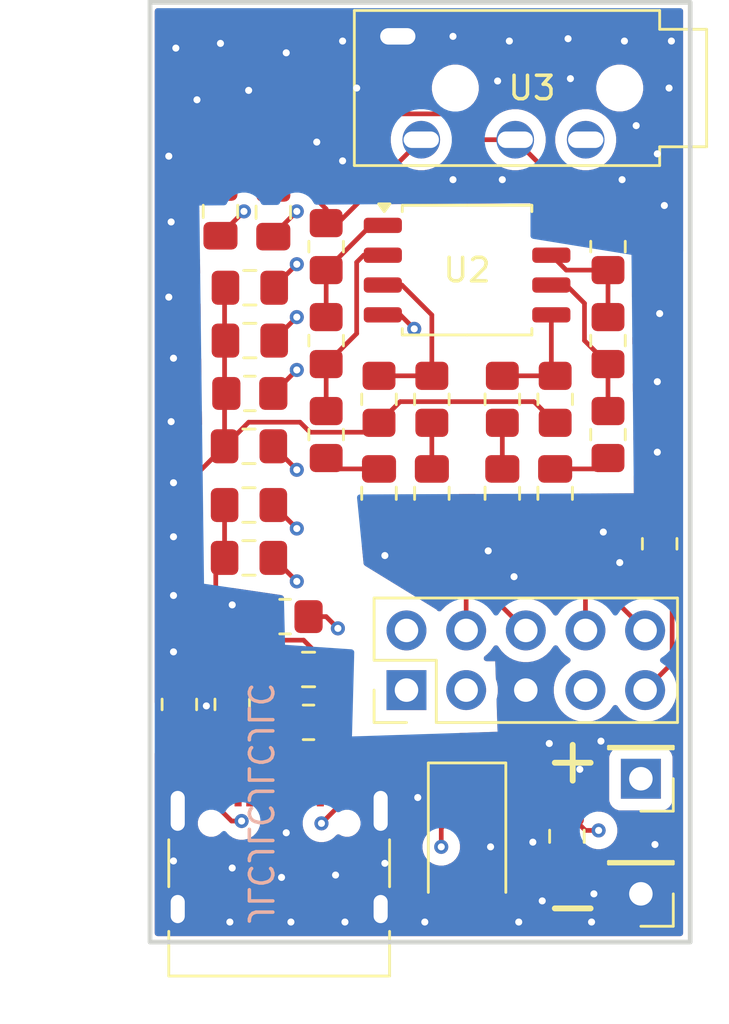
<source format=kicad_pcb>
(kicad_pcb (version 20241229) (generator "pcbnew") (generator_version "9.0")
  (layers (0 "F.Cu" signal) (4 "In1.Cu" signal) (6 "In2.Cu" signal) (2 "B.Cu" signal) (13 "F.Paste" user) (15 "B.Paste" user) (5 "F.SilkS" user "F.Silkscreen") (7 "B.SilkS" user "B.Silkscreen") (1 "F.Mask" user) (3 "B.Mask" user) (25 "Edge.Cuts" user))
  (net 0 "")
  (net 1 "GND")
  (net 2 "/VCHG")
  (net 3 "/SPK_AN")
  (net 4 "/VBAT")
  (net 5 "/SPK_AP")
  (net 6 "/SPK_BP")
  (net 7 "/SPK_BN")
  (net 8 "AGND")
  (net 9 "/VREF")
  (net 10 "Net-(C6-Pad2)")
  (net 11 "Net-(C7-Pad2)")
  (net 12 "Net-(C8-Pad2)")
  (net 13 "Net-(C9-Pad2)")
  (net 16 "Net-(J2-CC1)")
  (net 17 "Net-(J2-CC2)")
  (net 22 "Net-(U2A--)")
  (net 23 "Net-(U2A-+)")
  (net 24 "Net-(R20-Pad1)")
  (net 25 "Net-(U2B--)")
  (net 26 "Net-(U2B-+)")
  (net 27 "Net-(R12-Pad2)")
  (net 28 "Net-(U3-Tip)")
  (net 29 "Net-(U3-Ring1)")
  (net 31 "Net-(U2C-V+)")
  (footprint "Connector_PinHeader_2.54mm:PinHeader_2x05_P2.54mm_Vertical" (layer "F.Cu") (at 155.42 85.1275 90)
    (property "Reference" "J1" (hide yes))
    (property "Value" "Bottom")
    (fp_line (start 3.92 -1.38) (end 3.92 11.54) (stroke (width 0.12)) (layer "F.SilkS"))
    (fp_line (start 1.27 -1.38) (end 3.92 -1.38) (stroke (width 0.12)) (layer "F.SilkS"))
    (fp_line (start -1.38 -1.38) (end 0 -1.38) (stroke (width 0.12)) (layer "F.SilkS"))
    (fp_line (start -1.38 0) (end -1.38 -1.38) (stroke (width 0.12)) (layer "F.SilkS"))
    (fp_line (start 1.27 1.27) (end 1.27 -1.38) (stroke (width 0.12)) (layer "F.SilkS"))
    (fp_line (start -1.38 1.27) (end 1.27 1.27) (stroke (width 0.12)) (layer "F.SilkS"))
    (fp_line (start -1.38 1.27) (end -1.38 11.54) (stroke (width 0.12)) (layer "F.SilkS"))
    (fp_line (start -1.38 11.54) (end 3.92 11.54) (stroke (width 0.12)) (layer "F.SilkS"))
    (pad "1" thru_hole rect (at 0 0 90) (size 1.7 1.7) (drill 1) (layers "*.Cu" "*.Mask") (net 8 "AGND"))
    (pad "2" thru_hole circle (at 2.54 0 90) (size 1.7 1.7) (drill 1) (layers "*.Cu" "*.Mask") (net 8 "AGND"))
    (pad "3" thru_hole circle (at 0 2.54 90) (size 1.7 1.7) (drill 1) (layers "*.Cu" "*.Mask") (net 8 "AGND"))
    (pad "4" thru_hole circle (at 2.54 2.54 90) (size 1.7 1.7) (drill 1) (layers "*.Cu" "*.Mask") (net 3 "/SPK_AN"))
    (pad "5" thru_hole circle (at 0 5.08 90) (size 1.7 1.7) (drill 1) (layers "*.Cu" "*.Mask") (net 1 "GND"))
    (pad "6" thru_hole circle (at 2.54 5.08 90) (size 1.7 1.7) (drill 1) (layers "*.Cu" "*.Mask") (net 5 "/SPK_AP"))
    (pad "7" thru_hole circle (at 0 7.62 90) (size 1.7 1.7) (drill 1) (layers "*.Cu" "*.Mask") (net 2 "/VCHG"))
    (pad "8" thru_hole circle (at 2.54 7.62 90) (size 1.7 1.7) (drill 1) (layers "*.Cu" "*.Mask") (net 6 "/SPK_BP"))
    (pad "9" thru_hole circle (at 0 10.16 90) (size 1.7 1.7) (drill 1) (layers "*.Cu" "*.Mask") (net 4 "/VBAT"))
    (pad "10" thru_hole circle (at 2.54 10.16 90) (size 1.7 1.7) (drill 1) (layers "*.Cu" "*.Mask") (net 7 "/SPK_BN"))
  )
  (footprint "Capacitor_SMD:C_0805_2012Metric_Pad1.18x1.45mm_HandSolder" (layer "F.Cu") (at 148.75 70.25)
    (property "Reference" "C5" (hide yes))
    (property "Value" "22uF")
    (fp_line (start -0.261252 -0.735) (end 0.261252 -0.735) (stroke (width 0.12)) (layer "F.SilkS"))
    (fp_line (start -0.261252 0.735) (end 0.261252 0.735) (stroke (width 0.12)) (layer "F.SilkS"))
    (pad "1" smd roundrect (at -1.0375 0) (size 1.175 1.45) (layers "F.Cu" "F.Mask" "F.Paste") (roundrect_rratio 0.212766) (net 9 "/VREF"))
    (pad "2" smd roundrect (at 1.0375 0) (size 1.175 1.45) (layers "F.Cu" "F.Mask" "F.Paste") (roundrect_rratio 0.212766) (net 8 "AGND"))
  )
  (footprint "Resistor_SMD:R_0805_2012Metric_Pad1.20x1.40mm_HandSolder" (layer "F.Cu") (at 152 66.25 90)
    (property "Reference" "R20" (hide yes))
    (property "Value" "47")
    (fp_line (start -0.227064 -0.735) (end 0.227064 -0.735) (stroke (width 0.12)) (layer "F.SilkS"))
    (fp_line (start -0.227064 0.735) (end 0.227064 0.735) (stroke (width 0.12)) (layer "F.SilkS"))
    (pad "1" smd roundrect (at -1 0 90) (size 1.2 1.4) (layers "F.Cu" "F.Mask" "F.Paste") (roundrect_rratio 0.208333) (net 24 "Net-(R20-Pad1)"))
    (pad "2" smd roundrect (at 1 0 90) (size 1.2 1.4) (layers "F.Cu" "F.Mask" "F.Paste") (roundrect_rratio 0.208333) (net 28 "Net-(U3-Tip)"))
  )
  (footprint "Resistor_SMD:R_0805_2012Metric_Pad1.20x1.40mm_HandSolder" (layer "F.Cu") (at 151.25 86.5 180)
    (property "Reference" "R16" (hide yes))
    (property "Value" "10k")
    (fp_line (start -0.227064 0.735) (end 0.227064 0.735) (stroke (width 0.12)) (layer "F.SilkS"))
    (fp_line (start -0.227064 -0.735) (end 0.227064 -0.735) (stroke (width 0.12)) (layer "F.SilkS"))
    (pad "1" smd roundrect (at -1 0 180) (size 1.2 1.4) (layers "F.Cu" "F.Mask" "F.Paste") (roundrect_rratio 0.208333) (net 4 "/VBAT"))
    (pad "2" smd roundrect (at 1 0 180) (size 1.2 1.4) (layers "F.Cu" "F.Mask" "F.Paste") (roundrect_rratio 0.208333) (net 9 "/VREF"))
  )
  (footprint "Resistor_SMD:R_0805_2012Metric_Pad1.20x1.40mm_HandSolder" (layer "F.Cu") (at 164 66.25 90)
    (property "Reference" "R19" (hide yes))
    (property "Value" "47")
    (fp_line (start -0.227064 -0.735) (end 0.227064 -0.735) (stroke (width 0.12)) (layer "F.SilkS"))
    (fp_line (start -0.227064 0.735) (end 0.227064 0.735) (stroke (width 0.12)) (layer "F.SilkS"))
    (pad "1" smd roundrect (at -1 0 90) (size 1.2 1.4) (layers "F.Cu" "F.Mask" "F.Paste") (roundrect_rratio 0.208333) (net 27 "Net-(R12-Pad2)"))
    (pad "2" smd roundrect (at 1 0 90) (size 1.2 1.4) (layers "F.Cu" "F.Mask" "F.Paste") (roundrect_rratio 0.208333) (net 29 "Net-(U3-Ring1)"))
  )
  (footprint "Capacitor_SMD:C_0805_2012Metric_Pad1.18x1.45mm_HandSolder" (layer "F.Cu") (at 148.7125 77.25)
    (property "Reference" "C4" (hide yes))
    (property "Value" "100nF")
    (fp_line (start -0.261252 -0.735) (end 0.261252 -0.735) (stroke (width 0.12)) (layer "F.SilkS"))
    (fp_line (start -0.261252 0.735) (end 0.261252 0.735) (stroke (width 0.12)) (layer "F.SilkS"))
    (pad "1" smd roundrect (at -1.0375 0) (size 1.175 1.45) (layers "F.Cu" "F.Mask" "F.Paste") (roundrect_rratio 0.212766) (net 4 "/VBAT"))
    (pad "2" smd roundrect (at 1.0375 0) (size 1.175 1.45) (layers "F.Cu" "F.Mask" "F.Paste") (roundrect_rratio 0.212766) (net 8 "AGND"))
  )
  (footprint "Resistor_SMD:R_0805_2012Metric_Pad1.20x1.40mm_HandSolder" (layer "F.Cu") (at 145.75 85.7375 90)
    (property "Reference" "R17" (hide yes))
    (property "Value" "5.1k")
    (fp_line (start -0.227064 -0.735) (end 0.227064 -0.735) (stroke (width 0.12)) (layer "F.SilkS"))
    (fp_line (start -0.227064 0.735) (end 0.227064 0.735) (stroke (width 0.12)) (layer "F.SilkS"))
    (pad "1" smd roundrect (at -1 0 90) (size 1.2 1.4) (layers "F.Cu" "F.Mask" "F.Paste") (roundrect_rratio 0.208333) (net 16 "Net-(J2-CC1)"))
    (pad "2" smd roundrect (at 1 0 90) (size 1.2 1.4) (layers "F.Cu" "F.Mask" "F.Paste") (roundrect_rratio 0.208333) (net 1 "GND"))
  )
  (footprint "Capacitor_SMD:C_0805_2012Metric_Pad1.18x1.45mm_HandSolder" (layer "F.Cu") (at 148.7125 79.5)
    (property "Reference" "C3" (hide yes))
    (property "Value" "22uF")
    (fp_line (start -0.261252 -0.735) (end 0.261252 -0.735) (stroke (width 0.12)) (layer "F.SilkS"))
    (fp_line (start -0.261252 0.735) (end 0.261252 0.735) (stroke (width 0.12)) (layer "F.SilkS"))
    (pad "1" smd roundrect (at -1.0375 0) (size 1.175 1.45) (layers "F.Cu" "F.Mask" "F.Paste") (roundrect_rratio 0.212766) (net 4 "/VBAT"))
    (pad "2" smd roundrect (at 1.0375 0) (size 1.175 1.45) (layers "F.Cu" "F.Mask" "F.Paste") (roundrect_rratio 0.212766) (net 8 "AGND"))
  )
  (footprint "Capacitor_SMD:C_0805_2012Metric_Pad1.18x1.45mm_HandSolder" (layer "F.Cu") (at 151.25 84.25)
    (property "Reference" "C12" (hide yes))
    (property "Value" "10uf")
    (fp_line (start -0.261252 -0.735) (end 0.261252 -0.735) (stroke (width 0.12)) (layer "F.SilkS"))
    (fp_line (start -0.261252 0.735) (end 0.261252 0.735) (stroke (width 0.12)) (layer "F.SilkS"))
    (pad "1" smd roundrect (at -1.0375 0) (size 1.175 1.45) (layers "F.Cu" "F.Mask" "F.Paste") (roundrect_rratio 0.212766) (net 9 "/VREF"))
    (pad "2" smd roundrect (at 1.0375 0) (size 1.175 1.45) (layers "F.Cu" "F.Mask" "F.Paste") (roundrect_rratio 0.212766) (net 4 "/VBAT"))
  )
  (footprint "Diode_SMD:D_SMA" (layer "F.Cu") (at 158 91.7375 -90)
    (property "Reference" "D3" (hide yes))
    (property "Value" "SMAJ6.0A")
    (fp_line (start -3.51 1.65) (end 2 1.65) (stroke (width 0.12)) (layer "F.SilkS"))
    (fp_line (start -3.51 -1.65) (end -3.51 1.65) (stroke (width 0.12)) (layer "F.SilkS"))
    (fp_line (start -3.51 -1.65) (end 2 -1.65) (stroke (width 0.12)) (layer "F.SilkS"))
    (pad "1" smd roundrect (at -2 0 270) (size 2.5 1.8) (layers "F.Cu" "F.Mask" "F.Paste") (roundrect_rratio 0.1388888889) (net 2 "/VCHG"))
    (pad "2" smd roundrect (at 2 0 270) (size 2.5 1.8) (layers "F.Cu" "F.Mask" "F.Paste") (roundrect_rratio 0.1388888889) (net 1 "GND"))
  )
  (footprint "Package_SO:SOIC-8_5.3x5.3mm_P1.27mm" (layer "F.Cu") (at 158 67.25)
    (property "Reference" "U2" (at 0 0 0) (layer "F.SilkS"))
    (property "Value" "OPA1678")
    (fp_line (start -2.76 -2.76) (end -2.76 -2.49) (stroke (width 0.12)) (layer "F.SilkS"))
    (fp_line (start -2.76 2.76) (end -2.76 2.49) (stroke (width 0.12)) (layer "F.SilkS"))
    (fp_line (start 0 -2.76) (end -2.76 -2.76) (stroke (width 0.12)) (layer "F.SilkS"))
    (fp_line (start 0 -2.76) (end 2.76 -2.76) (stroke (width 0.12)) (layer "F.SilkS"))
    (fp_line (start 0 2.76) (end -2.76 2.76) (stroke (width 0.12)) (layer "F.SilkS"))
    (fp_line (start 0 2.76) (end 2.76 2.76) (stroke (width 0.12)) (layer "F.SilkS"))
    (fp_line (start 2.76 -2.76) (end 2.76 -2.49) (stroke (width 0.12)) (layer "F.SilkS"))
    (fp_line (start 2.76 2.76) (end 2.76 2.49) (stroke (width 0.12)) (layer "F.SilkS"))
    (fp_poly (pts (xy -3.525 -2.49) (xy -3.765 -2.82) (xy -3.285 -2.82)) (stroke (width 0.12)) (fill yes) (layer "F.SilkS"))
    (pad "1" smd roundrect (at -3.5875 -1.905) (size 1.625 0.65) (layers "F.Cu" "F.Mask" "F.Paste") (net 24 "Net-(R20-Pad1)"))
    (pad "2" smd roundrect (at -3.5875 -0.635) (size 1.625 0.65) (layers "F.Cu" "F.Mask" "F.Paste") (net 22 "Net-(U2A--)"))
    (pad "3" smd roundrect (at -3.5875 0.635) (size 1.625 0.65) (layers "F.Cu" "F.Mask" "F.Paste") (net 23 "Net-(U2A-+)"))
    (pad "4" smd roundrect (at -3.5875 1.905) (size 1.625 0.65) (layers "F.Cu" "F.Mask" "F.Paste") (net 8 "AGND"))
    (pad "5" smd roundrect (at 3.5875 1.905) (size 1.625 0.65) (layers "F.Cu" "F.Mask" "F.Paste") (net 26 "Net-(U2B-+)"))
    (pad "6" smd roundrect (at 3.5875 0.635) (size 1.625 0.65) (layers "F.Cu" "F.Mask" "F.Paste") (net 25 "Net-(U2B--)"))
    (pad "7" smd roundrect (at 3.5875 -0.635) (size 1.625 0.65) (layers "F.Cu" "F.Mask" "F.Paste") (net 27 "Net-(R12-Pad2)"))
    (pad "8" smd roundrect (at 3.5875 -1.905) (size 1.625 0.65) (layers "F.Cu" "F.Mask" "F.Paste") (net 31 "Net-(U2C-V+)"))
  )
  (footprint "Resistor_SMD:R_0805_2012Metric_Pad1.20x1.40mm_HandSolder" (layer "F.Cu") (at 154.25 72.75 -90)
    (property "Reference" "R9" (hide yes))
    (property "Value" "10k")
    (fp_line (start -0.227064 0.735) (end 0.227064 0.735) (stroke (width 0.12)) (layer "F.SilkS"))
    (fp_line (start -0.227064 -0.735) (end 0.227064 -0.735) (stroke (width 0.12)) (layer "F.SilkS"))
    (pad "1" smd roundrect (at -1 0 270) (size 1.2 1.4) (layers "F.Cu" "F.Mask" "F.Paste") (roundrect_rratio 0.208333) (net 23 "Net-(U2A-+)"))
    (pad "2" smd roundrect (at 1 0 270) (size 1.2 1.4) (layers "F.Cu" "F.Mask" "F.Paste") (roundrect_rratio 0.208333) (net 9 "/VREF"))
  )
  (footprint "Resistor_SMD:R_0805_2012Metric_Pad1.20x1.40mm_HandSolder" (layer "F.Cu") (at 152 74.25 90)
    (property "Reference" "R6" (hide yes))
    (property "Value" "10k")
    (fp_line (start -0.227064 -0.735) (end 0.227064 -0.735) (stroke (width 0.12)) (layer "F.SilkS"))
    (fp_line (start -0.227064 0.735) (end 0.227064 0.735) (stroke (width 0.12)) (layer "F.SilkS"))
    (pad "1" smd roundrect (at -1 0 90) (size 1.2 1.4) (layers "F.Cu" "F.Mask" "F.Paste") (roundrect_rratio 0.208333) (net 11 "Net-(C7-Pad2)"))
    (pad "2" smd roundrect (at 1 0 90) (size 1.2 1.4) (layers "F.Cu" "F.Mask" "F.Paste") (roundrect_rratio 0.208333) (net 22 "Net-(U2A--)"))
  )
  (footprint "Resistor_SMD:R_0805_2012Metric_Pad1.20x1.40mm_HandSolder" (layer "F.Cu") (at 156.5 72.75 90)
    (property "Reference" "R7" (hide yes))
    (property "Value" "10k")
    (fp_line (start -0.227064 -0.735) (end 0.227064 -0.735) (stroke (width 0.12)) (layer "F.SilkS"))
    (fp_line (start -0.227064 0.735) (end 0.227064 0.735) (stroke (width 0.12)) (layer "F.SilkS"))
    (pad "1" smd roundrect (at -1 0 90) (size 1.2 1.4) (layers "F.Cu" "F.Mask" "F.Paste") (roundrect_rratio 0.208333) (net 12 "Net-(C8-Pad2)"))
    (pad "2" smd roundrect (at 1 0 90) (size 1.2 1.4) (layers "F.Cu" "F.Mask" "F.Paste") (roundrect_rratio 0.208333) (net 23 "Net-(U2A-+)"))
  )
  (footprint "Resistor_SMD:R_0805_2012Metric_Pad1.20x1.40mm_HandSolder" (layer "F.Cu") (at 161.75 72.75 -90)
    (property "Reference" "R13" (hide yes))
    (property "Value" "10k")
    (fp_line (start -0.227064 0.735) (end 0.227064 0.735) (stroke (width 0.12)) (layer "F.SilkS"))
    (fp_line (start -0.227064 -0.735) (end 0.227064 -0.735) (stroke (width 0.12)) (layer "F.SilkS"))
    (pad "1" smd roundrect (at -1 0 270) (size 1.2 1.4) (layers "F.Cu" "F.Mask" "F.Paste") (roundrect_rratio 0.208333) (net 26 "Net-(U2B-+)"))
    (pad "2" smd roundrect (at 1 0 270) (size 1.2 1.4) (layers "F.Cu" "F.Mask" "F.Paste") (roundrect_rratio 0.208333) (net 9 "/VREF"))
  )
  (footprint "Connector_PinHeader_2.54mm:PinHeader_1x01_P2.54mm_Vertical" (layer "F.Cu") (at 165.4 93.8 180)
    (property "Reference" "J4" (hide yes))
    (property "Value" "Battery -")
    (fp_line (start 1.38 1.27) (end 1.38 1.38) (stroke (width 0.12)) (layer "F.SilkS"))
    (fp_line (start -1.38 1.38) (end 1.38 1.38) (stroke (width 0.12)) (layer "F.SilkS"))
    (fp_line (start -1.38 1.27) (end 1.38 1.27) (stroke (width 0.12)) (layer "F.SilkS"))
    (fp_line (start -1.38 1.27) (end -1.38 1.38) (stroke (width 0.12)) (layer "F.SilkS"))
    (fp_line (start -1.38 0) (end -1.38 -1.38) (stroke (width 0.12)) (layer "F.SilkS"))
    (fp_line (start -1.38 -1.38) (end 0 -1.38) (stroke (width 0.12)) (layer "F.SilkS"))
    (pad "1" thru_hole rect (at 0 0 180) (size 1.7 1.7) (drill 1) (layers "*.Cu" "*.Mask") (net 1 "GND"))
  )
  (footprint "Resistor_SMD:R_0805_2012Metric_Pad1.20x1.40mm_HandSolder" (layer "F.Cu") (at 164 74.25 90)
    (property "Reference" "R10" (hide yes))
    (property "Value" "10k")
    (fp_line (start -0.227064 -0.735) (end 0.227064 -0.735) (stroke (width 0.12)) (layer "F.SilkS"))
    (fp_line (start -0.227064 0.735) (end 0.227064 0.735) (stroke (width 0.12)) (layer "F.SilkS"))
    (pad "1" smd roundrect (at -1 0 90) (size 1.2 1.4) (layers "F.Cu" "F.Mask" "F.Paste") (roundrect_rratio 0.208333) (net 10 "Net-(C6-Pad2)"))
    (pad "2" smd roundrect (at 1 0 90) (size 1.2 1.4) (layers "F.Cu" "F.Mask" "F.Paste") (roundrect_rratio 0.208333) (net 25 "Net-(U2B--)"))
  )
  (footprint "Connector_PinHeader_2.54mm:PinHeader_1x01_P2.54mm_Vertical" (layer "F.Cu") (at 165.4 88.9 180)
    (property "Reference" "J3" (hide yes))
    (property "Value" "Battery +")
    (fp_line (start 1.38 1.27) (end 1.38 1.38) (stroke (width 0.12)) (layer "F.SilkS"))
    (fp_line (start -1.38 1.38) (end 1.38 1.38) (stroke (width 0.12)) (layer "F.SilkS"))
    (fp_line (start -1.38 1.27) (end 1.38 1.27) (stroke (width 0.12)) (layer "F.SilkS"))
    (fp_line (start -1.38 1.27) (end -1.38 1.38) (stroke (width 0.12)) (layer "F.SilkS"))
    (fp_line (start -1.38 0) (end -1.38 -1.38) (stroke (width 0.12)) (layer "F.SilkS"))
    (fp_line (start -1.38 -1.38) (end 0 -1.38) (stroke (width 0.12)) (layer "F.SilkS"))
    (pad "1" thru_hole rect (at 0 0 180) (size 1.7 1.7) (drill 1) (layers "*.Cu" "*.Mask") (net 4 "/VBAT"))
  )
  (footprint "Capacitor_SMD:C_0805_2012Metric_Pad1.18x1.45mm_HandSolder" (layer "F.Cu") (at 156.5 76.75 90)
    (property "Reference" "C8" (hide yes))
    (property "Value" "1uF")
    (fp_line (start -0.261252 -0.735) (end 0.261252 -0.735) (stroke (width 0.12)) (layer "F.SilkS"))
    (fp_line (start -0.261252 0.735) (end 0.261252 0.735) (stroke (width 0.12)) (layer "F.SilkS"))
    (pad "1" smd roundrect (at -1.0375 0 90) (size 1.175 1.45) (layers "F.Cu" "F.Mask" "F.Paste") (roundrect_rratio 0.212766) (net 5 "/SPK_AP"))
    (pad "2" smd roundrect (at 1.0375 0 90) (size 1.175 1.45) (layers "F.Cu" "F.Mask" "F.Paste") (roundrect_rratio 0.212766) (net 12 "Net-(C8-Pad2)"))
  )
  (footprint "PJ-320A_Library:PJ-320A" (layer "F.Cu") (at 168.2 61.7 180)
    (property "Reference" "U3" (at 7.4375 2.2 0) (layer "F.SilkS"))
    (property "Value" "PJ-320A")
    (fp_line (start 15 -1.1) (end 15 5.5) (stroke (width 0.12)) (layer "F.SilkS"))
    (fp_line (start 2 5.5) (end 15 5.5) (stroke (width 0.12)) (layer "F.SilkS"))
    (fp_line (start 2 4.7) (end 2 5.5) (stroke (width 0.12)) (layer "F.SilkS"))
    (fp_line (start 2 -0.3) (end 2 -1.1) (stroke (width 0.12)) (layer "F.SilkS"))
    (fp_line (start 2 -1.1) (end 15 -1.1) (stroke (width 0.12)) (layer "F.SilkS"))
    (fp_line (start 0 4.7) (end 2 4.7) (stroke (width 0.12)) (layer "F.SilkS"))
    (fp_line (start 0 0) (end 0 4.7) (stroke (width 0.12)) (layer "F.SilkS"))
    (fp_line (start 0 0) (end 0 -0.3) (stroke (width 0.12)) (layer "F.SilkS"))
    (fp_line (start 0 -0.3) (end 2 -0.3) (stroke (width 0.12)) (layer "F.SilkS"))
    (pad "" np_thru_hole circle (at 3.7 2.2 180) (size 1.5 1.5) (drill 1.5) (layers "*.Cu"))
    (pad "" np_thru_hole circle (at 10.7 2.2 180) (size 1.5 1.5) (drill 1.5) (layers "*.Cu"))
    (pad "1" thru_hole circle (at 13.15 4.4 180) (size 1.6 1.6) (drill oval 1.5 0.7) (layers "*.Cu" "*.Mask") (net 1 "GND"))
    (pad "2" thru_hole circle (at 12.15 0 180) (size 1.6 1.6) (drill oval 1.5 0.7) (layers "*.Cu" "*.Mask") (net 28 "Net-(U3-Tip)"))
    (pad "3" thru_hole circle (at 8.15 0 180) (size 1.6 1.6) (drill oval 1.5 0.7) (layers "*.Cu" "*.Mask") (net 29 "Net-(U3-Ring1)"))
    (pad "4" thru_hole circle (at 5.15 0 180) (size 1.6 1.6) (drill oval 1.5 0.7) (layers "*.Cu" "*.Mask"))
  )
  (footprint "Capacitor_SMD:C_0805_2012Metric_Pad1.18x1.45mm_HandSolder" (layer "F.Cu") (at 161.75 76.75 90)
    (property "Reference" "C6" (hide yes))
    (property "Value" "1uF")
    (fp_line (start -0.261252 -0.735) (end 0.261252 -0.735) (stroke (width 0.12)) (layer "F.SilkS"))
    (fp_line (start -0.261252 0.735) (end 0.261252 0.735) (stroke (width 0.12)) (layer "F.SilkS"))
    (pad "1" smd roundrect (at -1.0375 0 90) (size 1.175 1.45) (layers "F.Cu" "F.Mask" "F.Paste") (roundrect_rratio 0.212766) (net 7 "/SPK_BN"))
    (pad "2" smd roundrect (at 1.0375 0 90) (size 1.175 1.45) (layers "F.Cu" "F.Mask" "F.Paste") (roundrect_rratio 0.212766) (net 10 "Net-(C6-Pad2)"))
  )
  (footprint "Capacitor_SMD:C_0805_2012Metric_Pad1.18x1.45mm_HandSolder" (layer "F.Cu") (at 148.75 68)
    (property "Reference" "C10" (hide yes))
    (property "Value" "22uF")
    (fp_line (start -0.261252 -0.735) (end 0.261252 -0.735) (stroke (width 0.12)) (layer "F.SilkS"))
    (fp_line (start -0.261252 0.735) (end 0.261252 0.735) (stroke (width 0.12)) (layer "F.SilkS"))
    (pad "1" smd roundrect (at -1.0375 0) (size 1.175 1.45) (layers "F.Cu" "F.Mask" "F.Paste") (roundrect_rratio 0.212766) (net 9 "/VREF"))
    (pad "2" smd roundrect (at 1.0375 0) (size 1.175 1.45) (layers "F.Cu" "F.Mask" "F.Paste") (roundrect_rratio 0.212766) (net 8 "AGND"))
  )
  (footprint "Resistor_SMD:R_0805_2012Metric_Pad1.20x1.40mm_HandSolder" (layer "F.Cu") (at 159.5 72.75 90)
    (property "Reference" "R11" (hide yes))
    (property "Value" "10k")
    (fp_line (start -0.227064 -0.735) (end 0.227064 -0.735) (stroke (width 0.12)) (layer "F.SilkS"))
    (fp_line (start -0.227064 0.735) (end 0.227064 0.735) (stroke (width 0.12)) (layer "F.SilkS"))
    (pad "1" smd roundrect (at -1 0 90) (size 1.2 1.4) (layers "F.Cu" "F.Mask" "F.Paste") (roundrect_rratio 0.208333) (net 13 "Net-(C9-Pad2)"))
    (pad "2" smd roundrect (at 1 0 90) (size 1.2 1.4) (layers "F.Cu" "F.Mask" "F.Paste") (roundrect_rratio 0.208333) (net 26 "Net-(U2B-+)"))
  )
  (footprint "Resistor_SMD:R_0805_2012Metric_Pad1.20x1.40mm_HandSolder" (layer "F.Cu") (at 148.75 72.5)
    (property "Reference" "R15" (hide yes))
    (property "Value" "10k")
    (fp_line (start -0.227064 -0.735) (end 0.227064 -0.735) (stroke (width 0.12)) (layer "F.SilkS"))
    (fp_line (start -0.227064 0.735) (end 0.227064 0.735) (stroke (width 0.12)) (layer "F.SilkS"))
    (pad "1" smd roundrect (at -1 0) (size 1.2 1.4) (layers "F.Cu" "F.Mask" "F.Paste") (roundrect_rratio 0.208333) (net 9 "/VREF"))
    (pad "2" smd roundrect (at 1 0) (size 1.2 1.4) (layers "F.Cu" "F.Mask" "F.Paste") (roundrect_rratio 0.208333) (net 8 "AGND"))
  )
  (footprint "Capacitor_SMD:C_0805_2012Metric_Pad1.18x1.45mm_HandSolder" (layer "F.Cu") (at 147.5 64.75 90)
    (property "Reference" "C11" (hide yes))
    (property "Value" "220uF")
    (fp_line (start -0.261252 -0.735) (end 0.261252 -0.735) (stroke (width 0.12)) (layer "F.SilkS"))
    (fp_line (start -0.261252 0.735) (end 0.261252 0.735) (stroke (width 0.12)) (layer "F.SilkS"))
    (pad "1" smd roundrect (at -1.0375 0 90) (size 1.175 1.45) (layers "F.Cu" "F.Mask" "F.Paste") (roundrect_rratio 0.212766) (net 8 "AGND"))
    (pad "2" smd roundrect (at 1.0375 0 90) (size 1.175 1.45) (layers "F.Cu" "F.Mask" "F.Paste") (roundrect_rratio 0.212766) (net 29 "Net-(U3-Ring1)"))
  )
  (footprint "Capacitor_SMD:C_0805_2012Metric_Pad1.18x1.45mm_HandSolder" (layer "F.Cu") (at 162.25 91.35 -90)
    (property "Reference" "C1" (hide yes))
    (property "Value" "220uF")
    (fp_line (start -0.261252 0.735) (end 0.261252 0.735) (stroke (width 0.12)) (layer "F.SilkS"))
    (fp_line (start -0.261252 -0.735) (end 0.261252 -0.735) (stroke (width 0.12)) (layer "F.SilkS"))
    (pad "1" smd roundrect (at -1.0375 0 270) (size 1.175 1.45) (layers "F.Cu" "F.Mask" "F.Paste") (roundrect_rratio 0.212766) (net 4 "/VBAT"))
    (pad "2" smd roundrect (at 1.0375 0 270) (size 1.175 1.45) (layers "F.Cu" "F.Mask" "F.Paste") (roundrect_rratio 0.212766) (net 1 "GND"))
  )
  (footprint "Capacitor_SMD:C_0805_2012Metric_Pad1.18x1.45mm_HandSolder" (layer "F.Cu") (at 154.25 76.75 90)
    (property "Reference" "C7" (hide yes))
    (property "Value" "1uF")
    (fp_line (start -0.261252 -0.735) (end 0.261252 -0.735) (stroke (width 0.12)) (layer "F.SilkS"))
    (fp_line (start -0.261252 0.735) (end 0.261252 0.735) (stroke (width 0.12)) (layer "F.SilkS"))
    (pad "1" smd roundrect (at -1.0375 0 90) (size 1.175 1.45) (layers "F.Cu" "F.Mask" "F.Paste") (roundrect_rratio 0.212766) (net 3 "/SPK_AN"))
    (pad "2" smd roundrect (at 1.0375 0 90) (size 1.175 1.45) (layers "F.Cu" "F.Mask" "F.Paste") (roundrect_rratio 0.212766) (net 11 "Net-(C7-Pad2)"))
  )
  (footprint "Capacitor_SMD:C_0805_2012Metric_Pad1.18x1.45mm_HandSolder" (layer "F.Cu") (at 148.7125 74.75 180)
    (property "Reference" "C13" (hide yes))
    (property "Value" "10uf")
    (fp_line (start -0.261252 0.735) (end 0.261252 0.735) (stroke (width 0.12)) (layer "F.SilkS"))
    (fp_line (start -0.261252 -0.735) (end 0.261252 -0.735) (stroke (width 0.12)) (layer "F.SilkS"))
    (pad "1" smd roundrect (at -1.0375 0 180) (size 1.175 1.45) (layers "F.Cu" "F.Mask" "F.Paste") (roundrect_rratio 0.212766) (net 8 "AGND"))
    (pad "2" smd roundrect (at 1.0375 0 180) (size 1.175 1.45) (layers "F.Cu" "F.Mask" "F.Paste") (roundrect_rratio 0.212766) (net 9 "/VREF"))
  )
  (footprint "Resistor_SMD:R_0805_2012Metric_Pad1.20x1.40mm_HandSolder" (layer "F.Cu") (at 152 70.25 90)
    (property "Reference" "R8" (hide yes))
    (property "Value" "10k")
    (fp_line (start -0.227064 -0.735) (end 0.227064 -0.735) (stroke (width 0.12)) (layer "F.SilkS"))
    (fp_line (start -0.227064 0.735) (end 0.227064 0.735) (stroke (width 0.12)) (layer "F.SilkS"))
    (pad "1" smd roundrect (at -1 0 90) (size 1.2 1.4) (layers "F.Cu" "F.Mask" "F.Paste") (roundrect_rratio 0.208333) (net 22 "Net-(U2A--)"))
    (pad "2" smd roundrect (at 1 0 90) (size 1.2 1.4) (layers "F.Cu" "F.Mask" "F.Paste") (roundrect_rratio 0.208333) (net 24 "Net-(R20-Pad1)"))
  )
  (footprint "Resistor_SMD:R_0805_2012Metric_Pad1.20x1.40mm_HandSolder" (layer "F.Cu") (at 164 70.25 90)
    (property "Reference" "R12" (hide yes))
    (property "Value" "10k")
    (fp_line (start -0.227064 -0.735) (end 0.227064 -0.735) (stroke (width 0.12)) (layer "F.SilkS"))
    (fp_line (start -0.227064 0.735) (end 0.227064 0.735) (stroke (width 0.12)) (layer "F.SilkS"))
    (pad "1" smd roundrect (at -1 0 90) (size 1.2 1.4) (layers "F.Cu" "F.Mask" "F.Paste") (roundrect_rratio 0.208333) (net 25 "Net-(U2B--)"))
    (pad "2" smd roundrect (at 1 0 90) (size 1.2 1.4) (layers "F.Cu" "F.Mask" "F.Paste") (roundrect_rratio 0.208333) (net 27 "Net-(R12-Pad2)"))
  )
  (footprint "Resistor_SMD:R_0805_2012Metric_Pad1.20x1.40mm_HandSolder" (layer "F.Cu") (at 150.25 82)
    (property "Reference" "R14" (hide yes))
    (property "Value" "0")
    (fp_line (start -0.227064 -0.735) (end 0.227064 -0.735) (stroke (width 0.12)) (layer "F.SilkS"))
    (fp_line (start -0.227064 0.735) (end 0.227064 0.735) (stroke (width 0.12)) (layer "F.SilkS"))
    (pad "1" smd roundrect (at -1 0) (size 1.2 1.4) (layers "F.Cu" "F.Mask" "F.Paste") (roundrect_rratio 0.208333) (net 1 "GND"))
    (pad "2" smd roundrect (at 1 0) (size 1.2 1.4) (layers "F.Cu" "F.Mask" "F.Paste") (roundrect_rratio 0.208333) (net 8 "AGND"))
  )
  (footprint "Capacitor_SMD:C_0805_2012Metric_Pad1.18x1.45mm_HandSolder" (layer "F.Cu") (at 159.5 76.75 90)
    (property "Reference" "C9" (hide yes))
    (property "Value" "1uF")
    (fp_line (start -0.261252 -0.735) (end 0.261252 -0.735) (stroke (width 0.12)) (layer "F.SilkS"))
    (fp_line (start -0.261252 0.735) (end 0.261252 0.735) (stroke (width 0.12)) (layer "F.SilkS"))
    (pad "1" smd roundrect (at -1.0375 0 90) (size 1.175 1.45) (layers "F.Cu" "F.Mask" "F.Paste") (roundrect_rratio 0.212766) (net 6 "/SPK_BP"))
    (pad "2" smd roundrect (at 1.0375 0 90) (size 1.175 1.45) (layers "F.Cu" "F.Mask" "F.Paste") (roundrect_rratio 0.212766) (net 13 "Net-(C9-Pad2)"))
  )
  (footprint "Resistor_SMD:R_0805_2012Metric_Pad1.20x1.40mm_HandSolder" (layer "F.Cu") (at 148 85.7375 90)
    (property "Reference" "R18" (hide yes))
    (property "Value" "5.1k")
    (fp_line (start -0.227064 -0.735) (end 0.227064 -0.735) (stroke (width 0.12)) (layer "F.SilkS"))
    (fp_line (start -0.227064 0.735) (end 0.227064 0.735) (stroke (width 0.12)) (layer "F.SilkS"))
    (pad "1" smd roundrect (at -1 0 90) (size 1.2 1.4) (layers "F.Cu" "F.Mask" "F.Paste") (roundrect_rratio 0.208333) (net 17 "Net-(J2-CC2)"))
    (pad "2" smd roundrect (at 1 0 90) (size 1.2 1.4) (layers "F.Cu" "F.Mask" "F.Paste") (roundrect_rratio 0.208333) (net 1 "GND"))
  )
  (footprint "Resistor_SMD:R_0805_2012Metric_Pad1.20x1.40mm_HandSolder" (layer "F.Cu") (at 166.2 78.9 90)
    (property "Reference" "R21" (hide yes))
    (property "Value" "0")
    (fp_line (start -0.227064 -0.735) (end 0.227064 -0.735) (stroke (width 0.12)) (layer "F.SilkS"))
    (fp_line (start -0.227064 0.735) (end 0.227064 0.735) (stroke (width 0.12)) (layer "F.SilkS"))
    (pad "1" smd roundrect (at -1 0 90) (size 1.2 1.4) (layers "F.Cu" "F.Mask" "F.Paste") (roundrect_rratio 0.208333) (net 4 "/VBAT"))
    (pad "2" smd roundrect (at 1 0 90) (size 1.2 1.4) (layers "F.Cu" "F.Mask" "F.Paste") (roundrect_rratio 0.208333) (net 31 "Net-(U2C-V+)"))
  )
  (footprint "Connector_USB:USB_C_Receptacle_HRO_TYPE-C-31-M-12" (layer "F.Cu") (at 150 93.3975)
    (property "Reference" "J2" (hide yes))
    (property "Value" "USB_C_Receptacle_USB2.0_16P")
    (fp_line (start -4.7 -1.9) (end -4.7 0.1) (stroke (width 0.12)) (layer "F.SilkS"))
    (fp_line (start -4.7 2) (end -4.7 3.9) (stroke (width 0.12)) (layer "F.SilkS"))
    (fp_line (start -4.7 3.9) (end 4.7 3.9) (stroke (width 0.12)) (layer "F.SilkS"))
    (fp_line (start 4.7 -1.9) (end 4.7 0.1) (stroke (width 0.12)) (layer "F.SilkS"))
    (fp_line (start 4.7 2) (end 4.7 3.9) (stroke (width 0.12)) (layer "F.SilkS"))
    (pad "" np_thru_hole circle (at -2.89 -2.6) (size 0.65 0.65) (drill 0.65) (layers "*.Cu" "*.Mask"))
    (pad "" np_thru_hole circle (at 2.89 -2.6) (size 0.65 0.65) (drill 0.65) (layers "*.Cu" "*.Mask"))
    (pad "A1" smd rect (at -3.25 -4.045) (size 0.6 1.45) (layers "F.Cu" "F.Mask" "F.Paste") (net 1 "GND"))
    (pad "A4" smd rect (at -2.45 -4.045) (size 0.6 1.45) (layers "F.Cu" "F.Mask" "F.Paste") (net 2 "/VCHG"))
    (pad "A5" smd rect (at -1.25 -4.045) (size 0.3 1.45) (layers "F.Cu" "F.Mask" "F.Paste") (net 16 "Net-(J2-CC1)"))
    (pad "A6" smd rect (at -0.25 -4.045) (size 0.3 1.45) (layers "F.Cu" "F.Mask" "F.Paste"))
    (pad "A7" smd rect (at 0.25 -4.045) (size 0.3 1.45) (layers "F.Cu" "F.Mask" "F.Paste"))
    (pad "A8" smd rect (at 1.25 -4.045) (size 0.3 1.45) (layers "F.Cu" "F.Mask" "F.Paste"))
    (pad "A9" smd rect (at 2.45 -4.045) (size 0.6 1.45) (layers "F.Cu" "F.Mask" "F.Paste") (net 2 "/VCHG"))
    (pad "A12" smd rect (at 3.25 -4.045) (size 0.6 1.45) (layers "F.Cu" "F.Mask" "F.Paste") (net 1 "GND"))
    (pad "B1" smd rect (at 3.25 -4.045) (size 0.6 1.45) (layers "F.Cu" "F.Mask" "F.Paste") (net 1 "GND"))
    (pad "B4" smd rect (at 2.45 -4.045) (size 0.6 1.45) (layers "F.Cu" "F.Mask" "F.Paste") (net 2 "/VCHG"))
    (pad "B5" smd rect (at 1.75 -4.045) (size 0.3 1.45) (layers "F.Cu" "F.Mask" "F.Paste") (net 17 "Net-(J2-CC2)"))
    (pad "B6" smd rect (at 0.75 -4.045) (size 0.3 1.45) (layers "F.Cu" "F.Mask" "F.Paste"))
    (pad "B7" smd rect (at -0.75 -4.045) (size 0.3 1.45) (layers "F.Cu" "F.Mask" "F.Paste"))
    (pad "B8" smd rect (at -1.75 -4.045) (size 0.3 1.45) (layers "F.Cu" "F.Mask" "F.Paste"))
    (pad "B9" smd rect (at -2.45 -4.045) (size 0.6 1.45) (layers "F.Cu" "F.Mask" "F.Paste") (net 2 "/VCHG"))
    (pad "B12" smd rect (at -3.25 -4.045) (size 0.6 1.45) (layers "F.Cu" "F.Mask" "F.Paste") (net 1 "GND"))
    (pad "S1" thru_hole oval (at -4.32 -3.13) (size 1 2.1) (drill oval 0.6 1.7) (property pad_prop_heatsink) (layers "*.Cu" "*.Mask") (net 1 "GND"))
    (pad "S1" thru_hole oval (at -4.32 1.05) (size 1 1.6) (drill oval 0.6 1.2) (property pad_prop_heatsink) (layers "*.Cu" "*.Mask") (net 1 "GND"))
    (pad "S1" thru_hole oval (at 4.32 -3.13) (size 1 2.1) (drill oval 0.6 1.7) (property pad_prop_heatsink) (layers "*.Cu" "*.Mask") (net 1 "GND"))
    (pad "S1" thru_hole oval (at 4.32 1.05) (size 1 1.6) (drill oval 0.6 1.2) (property pad_prop_heatsink) (layers "*.Cu" "*.Mask") (net 1 "GND"))
  )
  (footprint "Capacitor_SMD:C_0805_2012Metric_Pad1.18x1.45mm_HandSolder" (layer "F.Cu") (at 149.75 64.7875 90)
    (property "Reference" "C2" (hide yes))
    (property "Value" "220uF")
    (fp_line (start -0.261252 -0.735) (end 0.261252 -0.735) (stroke (width 0.12)) (layer "F.SilkS"))
    (fp_line (start -0.261252 0.735) (end 0.261252 0.735) (stroke (width 0.12)) (layer "F.SilkS"))
    (pad "1" smd roundrect (at -1.0375 0 90) (size 1.175 1.45) (layers "F.Cu" "F.Mask" "F.Paste") (roundrect_rratio 0.212766) (net 8 "AGND"))
    (pad "2" smd roundrect (at 1.0375 0 90) (size 1.175 1.45) (layers "F.Cu" "F.Mask" "F.Paste") (roundrect_rratio 0.212766) (net 28 "Net-(U3-Tip)"))
  )
  (gr_rect (start 144.5 55.8525) (end 167.5 95.8525) (stroke (width 0.2)) (fill no) (layer "Edge.Cuts"))
  (gr_text "+" (at 163.9 87.2 180) (layer "F.SilkS") (effects (font (size 2 2) (thickness 0.25)) (justify left bottom)))
  (gr_text "-" (at 163.9 93.4 180) (layer "F.SilkS") (effects (font (size 2 2) (thickness 0.25)) (justify left bottom)))
  (gr_text "JLCJLCJLCJLC" (at 148.6 95.2 270) (layer "B.SilkS") (effects (font (size 1 1)) (justify left bottom mirror)))
  (segment (start 148.5 82) (end 149.25 82) (width 0.2) (layer "F.Cu") (net 1))
  (segment (start 146.9 85.8) (end 146.9375 85.8) (width 0.2) (layer "F.Cu") (net 1))
  (segment (start 160.8 91.6) (end 160.9 91.5) (width 0.2) (layer "F.Cu") (net 1))
  (segment (start 145.835 90.2675) (end 146.75 89.3525) (width 0.2) (layer "F.Cu") (net 1))
  (segment (start 161.225 91.5) (end 162.1125 92.3875) (width 0.2) (layer "F.Cu") (net 1))
  (segment (start 145.75 84.7375) (end 145.75 83.75) (width 0.2) (layer "F.Cu") (net 1))
  (segment (start 162.1125 92.3875) (end 162.25 92.3875) (width 0.2) (layer "F.Cu") (net 1))
  (segment (start 160.9 91.5) (end 161.225 91.5) (width 0.2) (layer "F.Cu") (net 1))
  (segment (start 145.75 83.75) (end 145.5 83.5) (width 0.2) (layer "F.Cu") (net 1))
  (segment (start 148 81.5) (end 148.5 82) (width 0.2) (layer "F.Cu") (net 1))
  (segment (start 158 92.8) (end 158 93.7375) (width 0.2) (layer "F.Cu") (net 1))
  (segment (start 153.25 89.3525) (end 153.405 89.3525) (width 0.2) (layer "F.Cu") (net 1))
  (segment (start 145.68 90.2675) (end 145.835 90.2675) (width 0.2) (layer "F.Cu") (net 1))
  (segment (start 146.9375 85.8) (end 148 84.7375) (width 0.2) (layer "F.Cu") (net 1))
  (segment (start 159 91.8) (end 158 92.8) (width 0.2) (layer "F.Cu") (net 1))
  (segment (start 153.405 89.3525) (end 154.32 90.2675) (width 0.2) (layer "F.Cu") (net 1))
  (via (at 153.3 59.5) (size 0.6) (drill 0.3) (layers "F.Cu" "B.Cu") (net 1))
  (via (at 164.6 63.4) (size 0.6) (drill 0.3) (layers "F.Cu" "B.Cu") (net 1))
  (via (at 157.4 63.4) (size 0.6) (drill 0.3) (layers "F.Cu" "B.Cu") (net 1))
  (via (at 154.5 79.4) (size 0.6) (drill 0.3) (layers "F.Cu" "B.Cu") (net 1))
  (via (at 146.5 60) (size 0.6) (drill 0.3) (layers "F.Cu" "B.Cu") (net 1))
  (via (at 145.5 76.3) (size 0.6) (drill 0.3) (layers "F.Cu" "B.Cu") (net 1))
  (via (at 145.5 81.1) (size 0.6) (drill 0.3) (layers "F.Cu" "B.Cu") (net 1))
  (via (at 145.5 83.5) (size 0.6) (drill 0.3) (layers "F.Cu" "B.Cu") (net 1))
  (via (at 145.5 71) (size 0.6) (drill 0.3) (layers "F.Cu" "B.Cu") (net 1))
  (via (at 156.2 95) (size 0.6) (drill 0.3) (layers "F.Cu" "B.Cu") (net 1))
  (via (at 160.8 91.6) (size 0.6) (drill 0.3) (layers "F.Cu" "B.Cu") (net 1))
  (via (at 166.1 62.3) (size 0.6) (drill 0.3) (layers "F.Cu" "B.Cu") (net 1))
  (via (at 147.5 57.6) (size 0.6) (drill 0.3) (layers "F.Cu" "B.Cu") (net 1))
  (via (at 145.4 73.7) (size 0.6) (drill 0.3) (layers "F.Cu" "B.Cu") (net 1))
  (via (at 160 80.3) (size 0.6) (drill 0.3) (layers "F.Cu" "B.Cu") (net 1))
  (via (at 163.7 87.3) (size 0.6) (drill 0.3) (layers "F.Cu" "B.Cu") (net 1))
  (via (at 160.2 95) (size 0.6) (drill 0.3) (layers "F.Cu" "B.Cu") (net 1))
  (via (at 166.4 64.5) (size 0.6) (drill 0.3) (layers "F.Cu" "B.Cu") (net 1))
  (via (at 166.7 57.5) (size 0.6) (drill 0.3) (layers "F.Cu" "B.Cu") (net 1))
  (via (at 151.6 61.8) (size 0.6) (drill 0.3) (layers "F.Cu" "B.Cu") (net 1))
  (via (at 166.1 72) (size 0.6) (drill 0.3) (layers "F.Cu" "B.Cu") (net 1))
  (via (at 148 92.7) (size 0.6) (drill 0.3) (layers "F.Cu" "B.Cu") (net 1))
  (via (at 166.2 69.1) (size 0.6) (drill 0.3) (layers "F.Cu" "B.Cu") (net 1))
  (via (at 150.3 91.2) (size 0.6) (drill 0.3) (layers "F.Cu" "B.Cu") (net 1))
  (via (at 145.3 68.4) (size 0.6) (drill 0.3) (layers "F.Cu" "B.Cu") (net 1))
  (via (at 162.4 59.1) (size 0.6) (drill 0.3) (layers "F.Cu" "B.Cu") (net 1))
  (via (at 166.6 59.5) (size 0.6) (drill 0.3) (layers "F.Cu" "B.Cu") (net 1))
  (via (at 164.5 79.7) (size 0.6) (drill 0.3) (layers "F.Cu" "B.Cu") (net 1))
  (via (at 159.5 63.4) (size 0.6) (drill 0.3) (layers "F.Cu" "B.Cu") (net 1))
  (via (at 146.9 85.8) (size 0.6) (drill 0.3) (layers "F.Cu" "B.Cu") (net 1))
  (via (at 155.9 89.7) (size 0.6) (drill 0.3) (layers "F.Cu" "B.Cu") (net 1))
  (via (at 150.3 58) (size 0.6) (drill 0.3) (layers "F.Cu" "B.Cu") (net 1))
  (via (at 166 91.7) (size 0.6) (drill 0.3) (layers "F.Cu" "B.Cu") (net 1))
  (via (at 145.5 92.4) (size 0.6) (drill 0.3) (layers "F.Cu" "B.Cu") (net 1))
  (via (at 166.1 75) (size 0.6) (drill 0.3) (layers "F.Cu" "B.Cu") (net 1))
  (via (at 163.4 93.8) (size 0.6) (drill 0.3) (layers "F.Cu" "B.Cu") (net 1))
  (via (at 162.3 57.4) (size 0.6) (drill 0.3) (layers "F.Cu" "B.Cu") (net 1))
  (via (at 159 91.8) (size 0.6) (drill 0.3) (layers "F.Cu" "B.Cu") (net 1))
  (via (at 152.8 95) (size 0.6) (drill 0.3) (layers "F.Cu" "B.Cu") (net 1))
  (via (at 145.3 62.4) (size 0.6) (drill 0.3) (layers "F.Cu" "B.Cu") (net 1))
  (via (at 147.9 95) (size 0.6) (drill 0.3) (layers "F.Cu" "B.Cu") (net 1))
  (via (at 164.7 57.5) (size 0.6) (drill 0.3) (layers "F.Cu" "B.Cu") (net 1))
  (via (at 154.5 92.5) (size 0.6) (drill 0.3) (layers "F.Cu" "B.Cu") (net 1))
  (via (at 162.8 88.5) (size 0.6) (drill 0.3) (layers "F.Cu" "B.Cu") (net 1))
  (via (at 148 81.5) (size 0.6) (drill 0.3) (layers "F.Cu" "B.Cu") (net 1))
  (via (at 159.8 57.5) (size 0.6) (drill 0.3) (layers "F.Cu" "B.Cu") (net 1))
  (via (at 163.8 78.4) (size 0.6) (drill 0.3) (layers "F.Cu" "B.Cu") (net 1))
  (via (at 152.7 62.6) (size 0.6) (drill 0.3) (layers "F.Cu" "B.Cu") (net 1))
  (via (at 150.1 93.1) (size 0.6) (drill 0.3) (layers "F.Cu" "B.Cu") (net 1))
  (via (at 150.5 95) (size 0.6) (drill 0.3) (layers "F.Cu" "B.Cu") (net 1))
  (via (at 159.3 59.2) (size 0.6) (drill 0.3) (layers "F.Cu" "B.Cu") (net 1))
  (via (at 145.4 65.2) (size 0.6) (drill 0.3) (layers "F.Cu" "B.Cu") (net 1))
  (via (at 152.4 93) (size 0.6) (drill 0.3) (layers "F.Cu" "B.Cu") (net 1))
  (via (at 158.9 79.2) (size 0.6) (drill 0.3) (layers "F.Cu" "B.Cu") (net 1))
  (via (at 163.3 95) (size 0.6) (drill 0.3) (layers "F.Cu" "B.Cu") (net 1))
  (via (at 145.5 78.6) (size 0.6) (drill 0.3) (layers "F.Cu" "B.Cu") (net 1))
  (via (at 161.5 87.4) (size 0.6) (drill 0.3) (layers "F.Cu" "B.Cu") (net 1))
  (via (at 148.7 59.6) (size 0.6) (drill 0.3) (layers "F.Cu" "B.Cu") (net 1))
  (via (at 161.2 94.1) (size 0.6) (drill 0.3) (layers "F.Cu" "B.Cu") (net 1))
  (via (at 145.6 57.8) (size 0.6) (drill 0.3) (layers "F.Cu" "B.Cu") (net 1))
  (via (at 165.2 61.1) (size 0.6) (drill 0.3) (layers "F.Cu" "B.Cu") (net 1))
  (via (at 157.4 57.3) (size 0.6) (drill 0.3) (layers "F.Cu" "B.Cu") (net 1))
  (via (at 152.7 57.5) (size 0.6) (drill 0.3) (layers "F.Cu" "B.Cu") (net 1))
  (segment (start 152.45 89.3525) (end 152.45 90.15) (width 0.2) (layer "F.Cu") (net 2))
  (segment (start 152.45 90.15) (end 151.8 90.8) (width 0.2) (layer "F.Cu") (net 2))
  (segment (start 147.55 89.3525) (end 147.55 90.2775) (width 0.2) (layer "F.Cu") (net 2))
  (segment (start 158 89.9) (end 158 89.7375) (width 0.2) (layer "F.Cu") (net 2))
  (segment (start 147.55 90.2775) (end 147.9725 90.7) (width 0.2) (layer "F.Cu") (net 2))
  (segment (start 147.9725 90.7) (end 148.4 90.7) (width 0.2) (layer "F.Cu") (net 2))
  (segment (start 156.9 91) (end 158 89.9) (width 0.2) (layer "F.Cu") (net 2))
  (segment (start 156.9 91.8) (end 156.9 91) (width 0.2) (layer "F.Cu") (net 2))
  (via (at 148.4 90.7) (size 0.6) (drill 0.3) (layers "F.Cu" "B.Cu") (net 2))
  (via (at 156.9 91.8) (size 0.6) (drill 0.3) (layers "F.Cu" "B.Cu") (net 2))
  (via (at 151.8 90.8) (size 0.6) (drill 0.3) (layers "F.Cu" "B.Cu") (net 2))
  (segment (start 157.501103 80.225) (end 156.156802 80.225) (width 0.2) (layer "F.Cu") (net 3))
  (segment (start 154.25 77.925) (end 154.25 77.7875) (width 0.2) (layer "F.Cu") (net 3))
  (segment (start 155.15 78.825) (end 154.25 77.925) (width 0.2) (layer "F.Cu") (net 3))
  (segment (start 156.156802 80.225) (end 155.15 79.218198) (width 0.2) (layer "F.Cu") (net 3))
  (segment (start 157.96 82.5875) (end 157.96 80.683897) (width 0.2) (layer "F.Cu") (net 3))
  (segment (start 155.15 79.218198) (end 155.15 78.825) (width 0.2) (layer "F.Cu") (net 3))
  (segment (start 157.96 80.683897) (end 157.501103 80.225) (width 0.2) (layer "F.Cu") (net 3))
  (segment (start 165.58 85.1275) (end 166.731 83.9765) (width 0.2) (layer "F.Cu") (net 4))
  (segment (start 166.731 80.431) (end 166.2 79.9) (width 0.2) (layer "F.Cu") (net 4))
  (segment (start 147.675 79.5) (end 147.675 77.25) (width 0.2) (layer "F.Cu") (net 4))
  (segment (start 148.101 83.001) (end 147.3 82.2) (width 0.2) (layer "F.Cu") (net 4))
  (segment (start 152.25 84.2875) (end 152.2875 84.25) (width 0.2) (layer "F.Cu") (net 4))
  (segment (start 147.3 82.2) (end 147.3 79.875) (width 0.2) (layer "F.Cu") (net 4))
  (segment (start 163.0375 91.1) (end 162.25 90.3125) (width 0.2) (layer "F.Cu") (net 4))
  (segment (start 159.7375 87.8) (end 153.55 87.8) (width 0.2) (layer "F.Cu") (net 4))
  (segment (start 162.25 90.3125) (end 159.7375 87.8) (width 0.2) (layer "F.Cu") (net 4))
  (segment (start 152.25 86.5) (end 152.25 84.2875) (width 0.2) (layer "F.Cu") (net 4))
  (segment (start 166.731 83.9765) (end 166.731 80.431) (width 0.2) (layer "F.Cu") (net 4))
  (segment (start 152.2875 84.25) (end 151.0385 83.001) (width 0.2) (layer "F.Cu") (net 4))
  (segment (start 147.3 79.875) (end 147.675 79.5) (width 0.2) (layer "F.Cu") (net 4))
  (segment (start 151.0385 83.001) (end 148.101 83.001) (width 0.2) (layer "F.Cu") (net 4))
  (segment (start 163.6 91.1) (end 163.0375 91.1) (width 0.2) (layer "F.Cu") (net 4))
  (segment (start 153.55 87.8) (end 152.25 86.5) (width 0.2) (layer "F.Cu") (net 4))
  (via (at 163.6 91.1) (size 0.6) (drill 0.3) (layers "F.Cu" "B.Cu") (net 4))
  (segment (start 157.6875 79.775) (end 156.343198 79.775) (width 0.2) (layer "F.Cu") (net 5))
  (segment (start 155.6 78.825) (end 156.5 77.925) (width 0.2) (layer "F.Cu") (net 5))
  (segment (start 156.343198 79.775) (end 155.6 79.031802) (width 0.2) (layer "F.Cu") (net 5))
  (segment (start 156.5 77.925) (end 156.5 77.7875) (width 0.2) (layer "F.Cu") (net 5))
  (segment (start 155.6 79.031802) (end 155.6 78.825) (width 0.2) (layer "F.Cu") (net 5))
  (segment (start 160.5 82.5875) (end 157.6875 79.775) (width 0.2) (layer "F.Cu") (net 5))
  (segment (start 163.04 82.5875) (end 163.04 80.683897) (width 0.2) (layer "F.Cu") (net 6))
  (segment (start 159.5 77.925) (end 159.5 77.7875) (width 0.2) (layer "F.Cu") (net 6))
  (segment (start 160.4 79.468198) (end 160.4 78.825) (width 0.2) (layer "F.Cu") (net 6))
  (segment (start 162.581103 80.225) (end 161.156802 80.225) (width 0.2) (layer "F.Cu") (net 6))
  (segment (start 161.156802 80.225) (end 160.4 79.468198) (width 0.2) (layer "F.Cu") (net 6))
  (segment (start 160.4 78.825) (end 159.5 77.925) (width 0.2) (layer "F.Cu") (net 6))
  (segment (start 163.04 80.683897) (end 162.581103 80.225) (width 0.2) (layer "F.Cu") (net 6))
  (segment (start 161.75 77.925) (end 161.75 77.7875) (width 0.2) (layer "F.Cu") (net 7))
  (segment (start 162.7675 79.775) (end 161.343198 79.775) (width 0.2) (layer "F.Cu") (net 7))
  (segment (start 161.343198 79.775) (end 160.85 79.281802) (width 0.2) (layer "F.Cu") (net 7))
  (segment (start 165.58 82.5875) (end 162.7675 79.775) (width 0.2) (layer "F.Cu") (net 7))
  (segment (start 160.85 78.825) (end 161.75 77.925) (width 0.2) (layer "F.Cu") (net 7))
  (segment (start 160.85 79.281802) (end 160.85 78.825) (width 0.2) (layer "F.Cu") (net 7))
  (segment (start 151.25 82) (end 152 82) (width 0.2) (layer "F.Cu") (net 8))
  (segment (start 149.7875 68) (end 149.7875 67.9625) (width 0.2) (layer "F.Cu") (net 8))
  (segment (start 149.75 65.825) (end 149.75 65.75) (width 0.2) (layer "F.Cu") (net 8))
  (segment (start 149.75 72.5) (end 150.75 71.5) (width 0.2) (layer "F.Cu") (net 8))
  (segment (start 149.75 77.25) (end 150.75 78.25) (width 0.2) (layer "F.Cu") (net 8))
  (segment (start 149.75 74.75) (end 150.75 75.75) (width 0.2) (layer "F.Cu") (net 8))
  (segment (start 149.75 79.5) (end 150.75 80.5) (width 0.2) (layer "F.Cu") (net 8))
  (segment (start 147.5 65.7875) (end 147.5 65.75) (width 0.2) (layer "F.Cu") (net 8))
  (segment (start 149.7875 70.25) (end 149.7875 70.2125) (width 0.2) (layer "F.Cu") (net 8))
  (segment (start 149.7875 67.9625) (end 150.75 67) (width 0.2) (layer "F.Cu") (net 8))
  (segment (start 147.5 65.75) (end 148.5 64.75) (width 0.2) (layer "F.Cu") (net 8))
  (segment (start 149.7875 70.2125) (end 150.75 69.25) (width 0.2) (layer "F.Cu") (net 8))
  (segment (start 149.75 65.75) (end 150.75 64.75) (width 0.2) (layer "F.Cu") (net 8))
  (segment (start 154.4125 69.155) (end 155.155 69.155) (width 0.2) (layer "F.Cu") (net 8))
  (segment (start 152 82) (end 152.5 82.5) (width 0.2) (layer "F.Cu") (net 8))
  (segment (start 155.155 69.155) (end 155.75 69.75) (width 0.2) (layer "F.Cu") (net 8))
  (via (at 148.5 64.75) (size 0.6) (drill 0.3) (layers "F.Cu" "B.Cu") (net 8))
  (via (at 155.75 69.75) (size 0.6) (drill 0.3) (layers "F.Cu" "B.Cu") (net 8))
  (via (at 150.75 67) (size 0.6) (drill 0.3) (layers "F.Cu" "B.Cu") (net 8))
  (via (at 150.75 78.25) (size 0.6) (drill 0.3) (layers "F.Cu" "B.Cu") (net 8))
  (via (at 152.5 82.5) (size 0.6) (drill 0.3) (layers "F.Cu" "B.Cu") (net 8))
  (via (at 150.75 69.25) (size 0.6) (drill 0.3) (layers "F.Cu" "B.Cu") (net 8))
  (via (at 150.75 64.75) (size 0.6) (drill 0.3) (layers "F.Cu" "B.Cu") (net 8))
  (via (at 150.75 71.5) (size 0.6) (drill 0.3) (layers "F.Cu" "B.Cu") (net 8))
  (via (at 150.75 80.5) (size 0.6) (drill 0.3) (layers "F.Cu" "B.Cu") (net 8))
  (via (at 150.75 75.75) (size 0.6) (drill 0.3) (layers "F.Cu" "B.Cu") (net 8))
  (segment (start 151.31484 74.151) (end 153.849 74.151) (width 0.2) (layer "F.Cu") (net 9))
  (segment (start 148.701 73.724) (end 150.88784 73.724) (width 0.2) (layer "F.Cu") (net 9))
  (segment (start 146.6 75.825) (end 147.675 74.75) (width 0.2) (layer "F.Cu") (net 9))
  (segment (start 147.675 74.75) (end 148.701 73.724) (width 0.2) (layer "F.Cu") (net 9))
  (segment (start 154.25 73.75) (end 155.151 72.849) (width 0.2) (layer "F.Cu") (net 9))
  (segment (start 160.849 72.849) (end 161.75 73.75) (width 0.2) (layer "F.Cu") (net 9))
  (segment (start 147.675 74.75) (end 147.675 68.0375) (width 0.2) (layer "F.Cu") (net 9))
  (segment (start 150.25 86.5) (end 150.25 84.2875) (width 0.2) (layer "F.Cu") (net 9))
  (segment (start 150.88784 73.724) (end 151.31484 74.151) (width 0.2) (layer "F.Cu") (net 9))
  (segment (start 147.675 68.0375) (end 147.7125 68) (width 0.2) (layer "F.Cu") (net 9))
  (segment (start 147.9349 83.402) (end 146.6 82.0671) (width 0.2) (layer "F.Cu") (net 9))
  (segment (start 153.849 74.151) (end 154.25 73.75) (width 0.2) (layer "F.Cu") (net 9))
  (segment (start 150.2125 84.25) (end 149.3645 83.402) (width 0.2) (layer "F.Cu") (net 9))
  (segment (start 150.25 84.2875) (end 150.2125 84.25) (width 0.2) (layer "F.Cu") (net 9))
  (segment (start 146.6 82.0671) (end 146.6 75.825) (width 0.2) (layer "F.Cu") (net 9))
  (segment (start 155.151 72.849) (end 160.849 72.849) (width 0.2) (layer "F.Cu") (net 9))
  (segment (start 149.3645 83.402) (end 147.9349 83.402) (width 0.2) (layer "F.Cu") (net 9))
  (segment (start 163.5375 75.7125) (end 164 75.25) (width 0.2) (layer "F.Cu") (net 10))
  (segment (start 161.75 75.7125) (end 163.5375 75.7125) (width 0.2) (layer "F.Cu") (net 10))
  (segment (start 154.25 75.7125) (end 152.4625 75.7125) (width 0.2) (layer "F.Cu") (net 11))
  (segment (start 152.4625 75.7125) (end 152 75.25) (width 0.2) (layer "F.Cu") (net 11))
  (segment (start 156.5 75.7125) (end 156.5 73.75) (width 0.2) (layer "F.Cu") (net 12))
  (segment (start 159.5 75.7125) (end 159.5 73.75) (width 0.2) (layer "F.Cu") (net 13))
  (segment (start 148.1745 87.8) (end 148.75 88.3755) (width 0.2) (layer "F.Cu") (net 16))
  (segment (start 148.75 88.3755) (end 148.75 89.3525) (width 0.2) (layer "F.Cu") (net 16))
  (segment (start 145.75 86.7375) (end 146.8125 87.8) (width 0.2) (layer "F.Cu") (net 16))
  (segment (start 146.8125 87.8) (end 148.1745 87.8) (width 0.2) (layer "F.Cu") (net 16))
  (segment (start 149.75 88) (end 151.3745 88) (width 0.2) (layer "F.Cu") (net 17))
  (segment (start 151.3745 88) (end 151.75 88.3755) (width 0.2) (layer "F.Cu") (net 17))
  (segment (start 151.75 88.3755) (end 151.75 89.3525) (width 0.2) (layer "F.Cu") (net 17))
  (segment (start 148.4875 86.7375) (end 149.75 88) (width 0.2) (layer "F.Cu") (net 17))
  (segment (start 148 86.7375) (end 148.4875 86.7375) (width 0.2) (layer "F.Cu") (net 17))
  (segment (start 153.299 69.951) (end 153.299 66.916001) (width 0.2) (layer "F.Cu") (net 22))
  (segment (start 152 71.25) (end 153.299 69.951) (width 0.2) (layer "F.Cu") (net 22))
  (segment (start 153.299 66.916001) (end 153.600001 66.615) (width 0.2) (layer "F.Cu") (net 22))
  (segment (start 153.600001 66.615) (end 154.4125 66.615) (width 0.2) (layer "F.Cu") (net 22))
  (segment (start 152 73.25) (end 152 71.25) (width 0.2) (layer "F.Cu") (net 22))
  (segment (start 156.5 71.75) (end 154.25 71.75) (width 0.2) (layer "F.Cu") (net 23))
  (segment (start 154.4125 67.885) (end 155.224999 67.885) (width 0.2) (layer "F.Cu") (net 23))
  (segment (start 155.224999 67.885) (end 156.5 69.160001) (width 0.2) (layer "F.Cu") (net 23))
  (segment (start 156.5 69.160001) (end 156.5 71.75) (width 0.2) (layer "F.Cu") (net 23))
  (segment (start 153.905 65.345) (end 154.4125 65.345) (width 0.2) (layer "F.Cu") (net 24))
  (segment (start 152 69.25) (end 152 67.25) (width 0.2) (layer "F.Cu") (net 24))
  (segment (start 152 67.25) (end 153.905 65.345) (width 0.2) (layer "F.Cu") (net 24))
  (segment (start 162.21916 67.885) (end 162.999 68.66484) (width 0.2) (layer "F.Cu") (net 25))
  (segment (start 164 73.25) (end 164 71.25) (width 0.2) (layer "F.Cu") (net 25))
  (segment (start 162.999 70.249) (end 164 71.25) (width 0.2) (layer "F.Cu") (net 25))
  (segment (start 161.5875 67.885) (end 162.21916 67.885) (width 0.2) (layer "F.Cu") (net 25))
  (segment (start 162.999 68.66484) (end 162.999 70.249) (width 0.2) (layer "F.Cu") (net 25))
  (segment (start 161.5875 69.155) (end 161.5875 71.5875) (width 0.2) (layer "F.Cu") (net 26))
  (segment (start 159.5 71.75) (end 161.75 71.75) (width 0.2) (layer "F.Cu") (net 26))
  (segment (start 161.5875 71.5875) (end 161.75 71.75) (width 0.2) (layer "F.Cu") (net 26))
  (segment (start 162.2225 67.25) (end 161.5875 66.615) (width 0.2) (layer "F.Cu") (net 27))
  (segment (start 164 67.25) (end 162.2225 67.25) (width 0.2) (layer "F.Cu") (net 27))
  (segment (start 164 69.25) (end 164 67.25) (width 0.2) (layer "F.Cu") (net 27))
  (segment (start 151.1 63.75) (end 152 64.65) (width 0.2) (layer "F.Cu") (net 28))
  (segment (start 152 64.65) (end 152 65.25) (width 0.2) (layer "F.Cu") (net 28))
  (segment (start 152.5 65.25) (end 156.05 61.7) (width 0.2) (layer "F.Cu") (net 28))
  (segment (start 152 65.25) (end 152.5 65.25) (width 0.2) (layer "F.Cu") (net 28))
  (segment (start 149.75 63.75) (end 151.1 63.75) (width 0.2) (layer "F.Cu") (net 28))
  (segment (start 158.142951 61.7) (end 160.05 61.7) (width 0.2) (layer "F.Cu") (net 29))
  (segment (start 163.6 65.25) (end 160.05 61.7) (width 0.2) (layer "F.Cu") (net 29))
  (segment (start 150.6135 60.599) (end 157.041951 60.599) (width 0.2) (layer "F.Cu") (net 29))
  (segment (start 147.5 63.7125) (end 150.6135 60.599) (width 0.2) (layer "F.Cu") (net 29))
  (segment (start 157.041951 60.599) (end 158.142951 61.7) (width 0.2) (layer "F.Cu") (net 29))
  (segment (start 164 65.25) (end 163.6 65.25) (width 0.2) (layer "F.Cu") (net 29))
  (segment (start 166.9 67.3) (end 165.8 66.2) (width 0.2) (layer "F.Cu") (net 31))
  (segment (start 166.2 77.9) (end 166.9 77.2) (width 0.2) (layer "F.Cu") (net 31))
  (segment (start 163.2 66.2) (end 162.345 65.345) (width 0.2) (layer "F.Cu") (net 31))
  (segment (start 166.9 77.2) (end 166.9 67.3) (width 0.2) (layer "F.Cu") (net 31))
  (segment (start 162.345 65.345) (end 161.5875 65.345) (width 0.2) (layer "F.Cu") (net 31))
  (segment (start 165.8 66.2) (end 163.2 66.2) (width 0.2) (layer "F.Cu") (net 31))
  (zone (net 0) (net_name "") (layers "F.Cu" "B.Cu") (name "NO DIGITAL GND") (connect_pads yes (clearance 0)) (min_thickness 0.25)
    (keepout (tracks allowed) (vias allowed) (pads allowed) (copperpour not_allowed) (footprints allowed))
    (fill (thermal_gap 0.5) (thermal_bridge_width 0.5))
    (polygon (pts (xy 159.3 86.9) (xy 159.2 83.9) (xy 156.7 83.9) (xy 156.7 81.7) (xy 153.6 79.8) (xy 153.3 76.8) (xy 165.1 76.75) (xy 165 66.6) (xy 160.7 65.9) (xy 160.7 64.4) (xy 146.6 64.5) (xy 146.8 80.6) (xy 150.2 81.1) (xy 150.25 83.2) (xy 153.2 83.4) (xy 153.1 87.1)))
  )
  (zone (net 1) (net_name "GND") (layers "F.Cu" "B.Cu" "In1.Cu") (connect_pads yes (clearance 0.5)) (min_thickness 0.25) (fill yes (thermal_gap 0.5) (thermal_bridge_width 0.5))
    (polygon (pts (xy 144.698561 56.100786) (xy 167.198561 56.100786) (xy 167.198561 95.600786) (xy 144.698561 95.600786)))
  )
)
</source>
